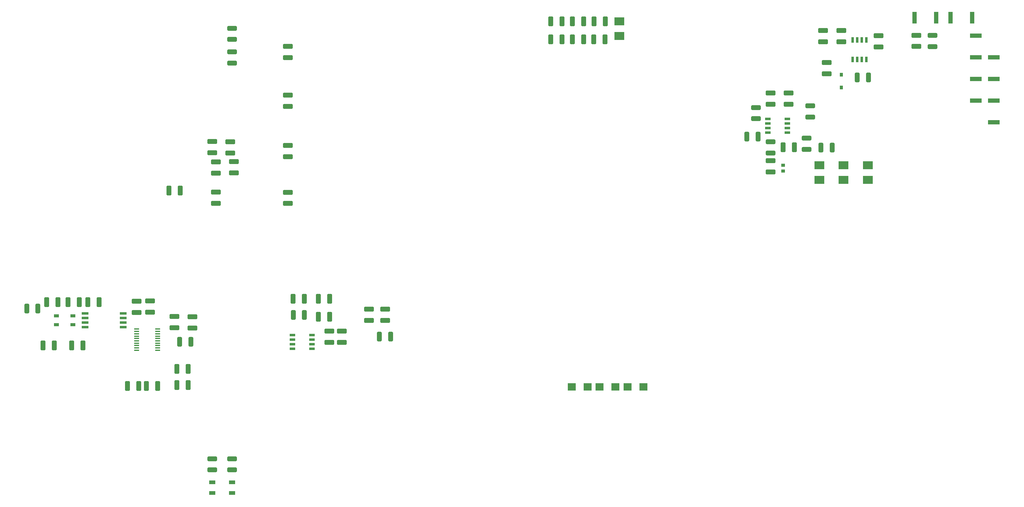
<source format=gbr>
%TF.GenerationSoftware,KiCad,Pcbnew,9.0.0*%
%TF.CreationDate,2025-04-28T23:59:21-07:00*%
%TF.ProjectId,DynamicBrakeGrid,44796e61-6d69-4634-9272-616b65477269,rev?*%
%TF.SameCoordinates,Original*%
%TF.FileFunction,Paste,Top*%
%TF.FilePolarity,Positive*%
%FSLAX46Y46*%
G04 Gerber Fmt 4.6, Leading zero omitted, Abs format (unit mm)*
G04 Created by KiCad (PCBNEW 9.0.0) date 2025-04-28 23:59:21*
%MOMM*%
%LPD*%
G01*
G04 APERTURE LIST*
G04 Aperture macros list*
%AMRoundRect*
0 Rectangle with rounded corners*
0 $1 Rounding radius*
0 $2 $3 $4 $5 $6 $7 $8 $9 X,Y pos of 4 corners*
0 Add a 4 corners polygon primitive as box body*
4,1,4,$2,$3,$4,$5,$6,$7,$8,$9,$2,$3,0*
0 Add four circle primitives for the rounded corners*
1,1,$1+$1,$2,$3*
1,1,$1+$1,$4,$5*
1,1,$1+$1,$6,$7*
1,1,$1+$1,$8,$9*
0 Add four rect primitives between the rounded corners*
20,1,$1+$1,$2,$3,$4,$5,0*
20,1,$1+$1,$4,$5,$6,$7,0*
20,1,$1+$1,$6,$7,$8,$9,0*
20,1,$1+$1,$8,$9,$2,$3,0*%
G04 Aperture macros list end*
%ADD10RoundRect,0.250000X1.100000X-0.412500X1.100000X0.412500X-1.100000X0.412500X-1.100000X-0.412500X0*%
%ADD11R,3.300000X1.200000*%
%ADD12RoundRect,0.250000X-0.412500X-1.100000X0.412500X-1.100000X0.412500X1.100000X-0.412500X1.100000X0*%
%ADD13RoundRect,0.250000X-0.400000X-1.075000X0.400000X-1.075000X0.400000X1.075000X-0.400000X1.075000X0*%
%ADD14RoundRect,0.250000X-1.100000X0.412500X-1.100000X-0.412500X1.100000X-0.412500X1.100000X0.412500X0*%
%ADD15R,2.720000X2.290000*%
%ADD16RoundRect,0.250000X-1.075000X0.400000X-1.075000X-0.400000X1.075000X-0.400000X1.075000X0.400000X0*%
%ADD17RoundRect,0.250000X0.412500X1.100000X-0.412500X1.100000X-0.412500X-1.100000X0.412500X-1.100000X0*%
%ADD18R,1.475000X0.450000*%
%ADD19R,1.750000X1.000000*%
%ADD20RoundRect,0.250000X1.075000X-0.400000X1.075000X0.400000X-1.075000X0.400000X-1.075000X-0.400000X0*%
%ADD21R,2.250000X2.150000*%
%ADD22R,0.850000X1.050000*%
%ADD23R,1.200000X3.300000*%
%ADD24R,0.650000X1.528000*%
%ADD25R,1.850000X0.650000*%
%ADD26R,1.350000X0.900000*%
%ADD27RoundRect,0.250000X0.400000X1.075000X-0.400000X1.075000X-0.400000X-1.075000X0.400000X-1.075000X0*%
%ADD28R,1.528000X0.650000*%
%ADD29R,1.000000X0.950000*%
G04 APERTURE END LIST*
D10*
%TO.C,C79*%
X89500000Y-119125000D03*
X89500000Y-116000000D03*
%TD*%
D11*
%TO.C,R68*%
X269000000Y-34000000D03*
X269000000Y-40000000D03*
%TD*%
D12*
%TO.C,C26*%
X157000000Y-30000000D03*
X160125000Y-30000000D03*
%TD*%
D13*
%TO.C,R72*%
X236085000Y-45557500D03*
X239185000Y-45557500D03*
%TD*%
D10*
%TO.C,C65*%
X46500000Y-115062500D03*
X46500000Y-111937500D03*
%TD*%
D12*
%TO.C,C34*%
X163000000Y-30000000D03*
X166125000Y-30000000D03*
%TD*%
D10*
%TO.C,C59*%
X63000000Y-72062500D03*
X63000000Y-68937500D03*
%TD*%
D12*
%TO.C,C32*%
X162937500Y-35000000D03*
X166062500Y-35000000D03*
%TD*%
D14*
%TO.C,C62*%
X62000000Y-63437500D03*
X62000000Y-66562500D03*
%TD*%
D13*
%TO.C,R60*%
X5500000Y-109750000D03*
X8600000Y-109750000D03*
%TD*%
D15*
%TO.C,Z10*%
X232280000Y-69975000D03*
X232280000Y-74025000D03*
%TD*%
D10*
%TO.C,C63*%
X226635000Y-35682500D03*
X226635000Y-32557500D03*
%TD*%
%TO.C,C89*%
X36000000Y-110812500D03*
X36000000Y-107687500D03*
%TD*%
D16*
%TO.C,R53*%
X212000000Y-63450000D03*
X212000000Y-66550000D03*
%TD*%
D12*
%TO.C,C95*%
X10000000Y-120000000D03*
X13125000Y-120000000D03*
%TD*%
D17*
%TO.C,C77*%
X89562500Y-112000000D03*
X86437500Y-112000000D03*
%TD*%
D14*
%TO.C,C82*%
X242000000Y-34000000D03*
X242000000Y-37125000D03*
%TD*%
D10*
%TO.C,C36*%
X212000000Y-53000000D03*
X212000000Y-49875000D03*
%TD*%
D12*
%TO.C,C28*%
X151000000Y-30000000D03*
X154125000Y-30000000D03*
%TD*%
D14*
%TO.C,C75*%
X100500000Y-109937500D03*
X100500000Y-113062500D03*
%TD*%
D16*
%TO.C,R62*%
X57000000Y-151450000D03*
X57000000Y-154550000D03*
%TD*%
D10*
%TO.C,C84*%
X58000000Y-80500000D03*
X58000000Y-77375000D03*
%TD*%
D16*
%TO.C,R71*%
X257000000Y-33900000D03*
X257000000Y-37000000D03*
%TD*%
D17*
%TO.C,C38*%
X218625000Y-64975000D03*
X215500000Y-64975000D03*
%TD*%
D10*
%TO.C,C73*%
X78000000Y-80562500D03*
X78000000Y-77437500D03*
%TD*%
D18*
%TO.C,IC6*%
X36000000Y-115450000D03*
X36000000Y-116100000D03*
X36000000Y-116750000D03*
X36000000Y-117400000D03*
X36000000Y-118050000D03*
X36000000Y-118700000D03*
X36000000Y-119350000D03*
X36000000Y-120000000D03*
X36000000Y-120650000D03*
X36000000Y-121300000D03*
X41876000Y-121300000D03*
X41876000Y-120650000D03*
X41876000Y-120000000D03*
X41876000Y-119350000D03*
X41876000Y-118700000D03*
X41876000Y-118050000D03*
X41876000Y-117400000D03*
X41876000Y-116750000D03*
X41876000Y-116100000D03*
X41876000Y-115450000D03*
%TD*%
D13*
%TO.C,R50*%
X205450000Y-62000000D03*
X208550000Y-62000000D03*
%TD*%
D19*
%TO.C,LED1*%
X57000000Y-161000000D03*
X57000000Y-158000000D03*
%TD*%
%TO.C,LED2*%
X62500000Y-161000000D03*
X62500000Y-158000000D03*
%TD*%
D15*
%TO.C,Z11*%
X239000000Y-69975000D03*
X239000000Y-74025000D03*
%TD*%
D20*
%TO.C,R4*%
X223000000Y-56550000D03*
X223000000Y-53450000D03*
%TD*%
D14*
%TO.C,C69*%
X252500000Y-33837500D03*
X252500000Y-36962500D03*
%TD*%
D11*
%TO.C,R67*%
X274000000Y-46000000D03*
X274000000Y-40000000D03*
%TD*%
D20*
%TO.C,R3*%
X208000000Y-57000000D03*
X208000000Y-53900000D03*
%TD*%
D15*
%TO.C,Z1*%
X170000000Y-30000000D03*
X170000000Y-34050000D03*
%TD*%
%TO.C,Z9*%
X225560000Y-69975000D03*
X225560000Y-74025000D03*
%TD*%
D14*
%TO.C,C74*%
X105000000Y-109937500D03*
X105000000Y-113062500D03*
%TD*%
D16*
%TO.C,R2*%
X62500000Y-31900000D03*
X62500000Y-35000000D03*
%TD*%
D14*
%TO.C,C76*%
X93000000Y-116000000D03*
X93000000Y-119125000D03*
%TD*%
D21*
%TO.C,Z2*%
X156800000Y-131500000D03*
X161200000Y-131500000D03*
%TD*%
D11*
%TO.C,R65*%
X274000000Y-58000000D03*
X274000000Y-52000000D03*
%TD*%
D22*
%TO.C,Z3*%
X231635000Y-44757500D03*
X231635000Y-48357500D03*
%TD*%
D12*
%TO.C,C85*%
X47187500Y-131000000D03*
X50312500Y-131000000D03*
%TD*%
D10*
%TO.C,C71*%
X78000000Y-53562500D03*
X78000000Y-50437500D03*
%TD*%
%TO.C,C70*%
X78000000Y-40062500D03*
X78000000Y-36937500D03*
%TD*%
D17*
%TO.C,C93*%
X14125000Y-108000000D03*
X11000000Y-108000000D03*
%TD*%
D23*
%TO.C,R69*%
X268000000Y-29000000D03*
X262000000Y-29000000D03*
%TD*%
D24*
%TO.C,IC5*%
X234825000Y-40566000D03*
X236095000Y-40566000D03*
X237365000Y-40566000D03*
X238635000Y-40566000D03*
X238635000Y-35144000D03*
X237365000Y-35144000D03*
X236095000Y-35144000D03*
X234825000Y-35144000D03*
%TD*%
D12*
%TO.C,C94*%
X18000000Y-120000000D03*
X21125000Y-120000000D03*
%TD*%
D13*
%TO.C,R39*%
X103400000Y-117500000D03*
X106500000Y-117500000D03*
%TD*%
%TO.C,R52*%
X226000000Y-65000000D03*
X229100000Y-65000000D03*
%TD*%
D10*
%TO.C,C64*%
X231635000Y-35682500D03*
X231635000Y-32557500D03*
%TD*%
D25*
%TO.C,IC1*%
X32325000Y-114905000D03*
X32325000Y-113635000D03*
X32325000Y-112365000D03*
X32325000Y-111095000D03*
X21675000Y-111095000D03*
X21675000Y-112365000D03*
X21675000Y-113635000D03*
X21675000Y-114905000D03*
%TD*%
D10*
%TO.C,C81*%
X227635000Y-44557500D03*
X227635000Y-41432500D03*
%TD*%
D26*
%TO.C,FL1*%
X18275000Y-114250000D03*
X18275000Y-111750000D03*
X13725000Y-111750000D03*
X13725000Y-114250000D03*
%TD*%
D13*
%TO.C,R59*%
X47950000Y-119000000D03*
X51050000Y-119000000D03*
%TD*%
D14*
%TO.C,C61*%
X57000000Y-63375000D03*
X57000000Y-66500000D03*
%TD*%
D27*
%TO.C,R73*%
X82612500Y-111500000D03*
X79512500Y-111500000D03*
%TD*%
D12*
%TO.C,C29*%
X151000000Y-35000000D03*
X154125000Y-35000000D03*
%TD*%
D17*
%TO.C,C83*%
X48125000Y-77000000D03*
X45000000Y-77000000D03*
%TD*%
D21*
%TO.C,Z4*%
X164500000Y-131500000D03*
X168900000Y-131500000D03*
%TD*%
D16*
%TO.C,R1*%
X62500000Y-38450000D03*
X62500000Y-41550000D03*
%TD*%
D14*
%TO.C,C90*%
X39750000Y-107625000D03*
X39750000Y-110750000D03*
%TD*%
D11*
%TO.C,R66*%
X269000000Y-46000000D03*
X269000000Y-52000000D03*
%TD*%
D10*
%TO.C,C37*%
X217000000Y-53000000D03*
X217000000Y-49875000D03*
%TD*%
D12*
%TO.C,C92*%
X16937500Y-108000000D03*
X20062500Y-108000000D03*
%TD*%
D10*
%TO.C,C66*%
X51500000Y-115125000D03*
X51500000Y-112000000D03*
%TD*%
D12*
%TO.C,C27*%
X157000000Y-35000000D03*
X160125000Y-35000000D03*
%TD*%
D10*
%TO.C,C72*%
X78000000Y-67562500D03*
X78000000Y-64437500D03*
%TD*%
D16*
%TO.C,R63*%
X62500000Y-151450000D03*
X62500000Y-154550000D03*
%TD*%
D17*
%TO.C,C78*%
X89562500Y-107000000D03*
X86437500Y-107000000D03*
%TD*%
D12*
%TO.C,C86*%
X47187500Y-126500000D03*
X50312500Y-126500000D03*
%TD*%
D23*
%TO.C,R70*%
X252000000Y-29000000D03*
X258000000Y-29000000D03*
%TD*%
D17*
%TO.C,C80*%
X82562500Y-107000000D03*
X79437500Y-107000000D03*
%TD*%
%TO.C,C67*%
X41812500Y-131250000D03*
X38687500Y-131250000D03*
%TD*%
D14*
%TO.C,C39*%
X212000000Y-68687500D03*
X212000000Y-71812500D03*
%TD*%
D12*
%TO.C,C68*%
X33437500Y-131250000D03*
X36562500Y-131250000D03*
%TD*%
D16*
%TO.C,R51*%
X222000000Y-62450000D03*
X222000000Y-65550000D03*
%TD*%
D28*
%TO.C,IC3*%
X211289000Y-57095000D03*
X211289000Y-58365000D03*
X211289000Y-59635000D03*
X211289000Y-60905000D03*
X216711000Y-60905000D03*
X216711000Y-59635000D03*
X216711000Y-58365000D03*
X216711000Y-57095000D03*
%TD*%
D29*
%TO.C,FB1*%
X215500000Y-69975000D03*
X215500000Y-71575000D03*
%TD*%
D10*
%TO.C,C60*%
X58000000Y-72125000D03*
X58000000Y-69000000D03*
%TD*%
D28*
%TO.C,IC8*%
X79289000Y-117095000D03*
X79289000Y-118365000D03*
X79289000Y-119635000D03*
X79289000Y-120905000D03*
X84711000Y-120905000D03*
X84711000Y-119635000D03*
X84711000Y-118365000D03*
X84711000Y-117095000D03*
%TD*%
D12*
%TO.C,C91*%
X22437500Y-108000000D03*
X25562500Y-108000000D03*
%TD*%
D21*
%TO.C,Z5*%
X172300000Y-131500000D03*
X176700000Y-131500000D03*
%TD*%
M02*

</source>
